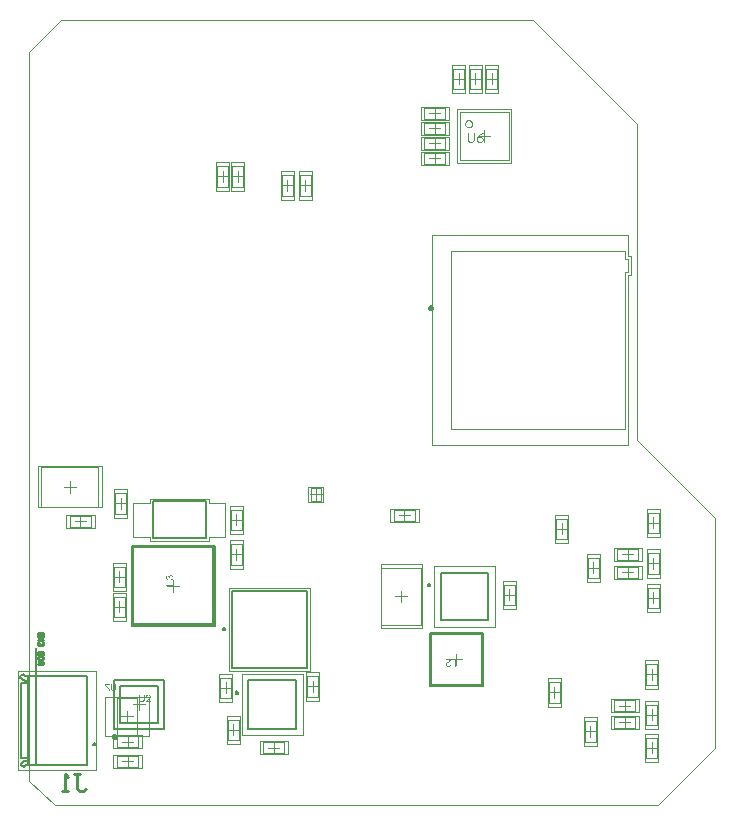
<source format=gbo>
%FSTAX23Y23*%
%MOIN*%
%SFA1B1*%

%IPPOS*%
%ADD10C,0.009449*%
%ADD12C,0.009843*%
%ADD13C,0.007874*%
%ADD14C,0.005000*%
%ADD16C,0.004000*%
%ADD17C,0.003937*%
%ADD18C,0.010000*%
%ADD19C,0.001969*%
%ADD96C,0.001000*%
%LNsolears_v1-1*%
%LPD*%
G36*
X01384Y01353D02*
Y01353D01*
Y01352*
Y01352*
Y01352*
X01384Y01352*
Y01351*
X01384Y01351*
X01384Y0135*
X01384Y01349*
X01384Y01348*
X01384Y01347*
X01384Y01347*
X01383Y01346*
Y01346*
X01383Y01346*
X01383Y01346*
X01383Y01346*
X01383Y01346*
X01383Y01345*
X01382Y01345*
X01382Y01344*
X01381Y01343*
X0138Y01343*
X0138*
X0138Y01343*
X0138Y01343*
X0138Y01343*
X0138Y01343*
X01379Y01342*
X01379Y01342*
X01379Y01342*
X01378Y01342*
X01378Y01342*
X01377Y01342*
X01377Y01342*
X01376Y01342*
X01376Y01342*
X01374Y01341*
X01374*
X01374Y01342*
X01374*
X01373Y01342*
X01373Y01342*
X01372Y01342*
X01371Y01342*
X01371Y01342*
X0137Y01342*
X01369Y01343*
X01369*
X01369Y01343*
X01368Y01343*
X01368Y01343*
X01368Y01343*
X01367Y01344*
X01367Y01344*
X01366Y01345*
X01366Y01345*
X01365Y01346*
Y01346*
X01365Y01346*
X01365Y01346*
X01365Y01347*
X01365Y01347*
X01365Y01347*
X01365Y01347*
X01365Y01348*
X01365Y01348*
X01365Y01349*
X01365Y01349*
X01365Y0135*
X01365Y0135*
X01365Y01351*
X01365Y01352*
Y01353*
Y01367*
X01368*
Y01353*
Y01353*
Y01352*
Y01352*
Y01352*
X01368Y01352*
Y01351*
X01368Y01351*
X01368Y0135*
X01368Y01349*
X01368Y01348*
X01368Y01348*
X01368Y01348*
X01368Y01348*
X01369Y01347*
X01369Y01347*
X01369Y01347*
X01369Y01346*
X0137Y01346*
X0137Y01346*
X01371Y01345*
X01371Y01345*
X01371Y01345*
X01371Y01345*
X01372Y01345*
X01372Y01345*
X01373Y01345*
X01373Y01345*
X01374Y01344*
X01375*
X01375Y01345*
X01375*
X01375Y01345*
X01376Y01345*
X01377Y01345*
X01378Y01345*
X01379Y01346*
X01379Y01346*
X01379Y01346*
X01379Y01346*
X01379Y01346*
X0138Y01346*
X0138Y01346*
X0138Y01347*
X0138Y01347*
X0138Y01347*
X0138Y01348*
X0138Y01348*
X0138Y01348*
X01381Y01349*
X01381Y0135*
X01381Y0135*
X01381Y01351*
X01381Y01352*
Y01353*
Y01367*
X01384*
Y01353*
G37*
G36*
X01398Y01367D02*
X01398Y01367D01*
X01398Y01367*
X01399Y01367*
X01399Y01367*
X014Y01367*
X01401Y01366*
X01401Y01366*
X01402Y01366*
X01402Y01366*
X01403Y01365*
X01403Y01365*
X01403Y01365*
X01403Y01365*
X01403Y01365*
X01403Y01365*
X01403Y01364*
X01404Y01364*
X01404Y01364*
X01404Y01363*
X01405Y01362*
X01405Y01362*
X01405Y01361*
X01405Y01361*
X01405Y0136*
Y0136*
Y0136*
X01405Y0136*
X01405Y01359*
X01405Y01359*
X01405Y01358*
X01404Y01358*
X01404Y01357*
X01404Y01357*
X01404Y01357*
X01404Y01357*
X01404Y01356*
X01403Y01356*
X01403Y01355*
X01403Y01355*
X01402Y01354*
X01402Y01354*
X01402Y01354*
X01402Y01354*
X01401Y01353*
X01401Y01353*
X01401Y01353*
X01401Y01353*
X014Y01352*
X014Y01352*
X014Y01352*
X01399Y01351*
X01399Y01351*
X01398Y0135*
X01397Y0135*
X01397Y0135*
X01397Y0135*
X01397Y0135*
X01397Y01349*
X01397Y01349*
X01396Y01349*
X01396Y01348*
X01395Y01348*
X01395Y01347*
X01394Y01347*
X01394Y01347*
X01394Y01347*
X01394Y01346*
X01394Y01346*
X01393Y01346*
X01393Y01346*
X01393Y01346*
X01393Y01346*
X01392Y01345*
X01405*
Y01342*
X01388*
Y01342*
Y01342*
Y01342*
X01388Y01343*
X01388Y01343*
X01388Y01343*
X01388Y01344*
X01389Y01344*
Y01344*
X01389Y01344*
X01389Y01344*
X01389Y01345*
X01389Y01345*
X01389Y01346*
X0139Y01346*
X0139Y01347*
X01391Y01347*
Y01347*
X01391Y01347*
X01391Y01348*
X01391Y01348*
X01392Y01349*
X01392Y01349*
X01393Y0135*
X01394Y0135*
X01395Y01351*
X01395Y01351*
X01395Y01351*
X01395Y01352*
X01395Y01352*
X01396Y01352*
X01396Y01352*
X01396Y01353*
X01397Y01353*
X01398Y01354*
X01399Y01355*
X01399Y01355*
X014Y01356*
X014Y01356*
X014Y01357*
Y01357*
X014Y01357*
X014Y01357*
X014Y01357*
X01401Y01357*
X01401Y01358*
X01401Y01358*
X01401Y01359*
X01402Y0136*
X01402Y0136*
Y0136*
Y0136*
X01402Y01361*
X01402Y01361*
X01401Y01361*
X01401Y01362*
X01401Y01362*
X01401Y01363*
X014Y01363*
X014Y01363*
X014Y01364*
X014Y01364*
X01399Y01364*
X01399Y01364*
X01398Y01364*
X01398Y01365*
X01397Y01365*
X01397*
X01396Y01365*
X01396Y01365*
X01396Y01364*
X01395Y01364*
X01394Y01364*
X01394Y01364*
X01393Y01363*
X01393Y01363*
X01393Y01363*
X01393Y01363*
X01393Y01362*
X01392Y01362*
X01392Y01361*
X01392Y0136*
X01392Y0136*
X01389Y0136*
Y0136*
X01389Y0136*
Y0136*
X01389Y01361*
X01389Y01361*
X01389Y01361*
X01389Y01362*
X01389Y01362*
X01389Y01363*
X0139Y01364*
X0139Y01364*
X0139Y01365*
X01391Y01365*
X01391Y01365*
X01391Y01365*
X01391Y01365*
X01391Y01366*
X01392Y01366*
X01392Y01366*
X01392Y01366*
X01392Y01366*
X01393Y01366*
X01393Y01366*
X01394Y01367*
X01394Y01367*
X01395Y01367*
X01395Y01367*
X01396Y01367*
X01396Y01367*
X01397Y01367*
X01397*
X01398Y01367*
G37*
G36*
X02423Y01459D02*
X02419D01*
Y01482*
X02407*
Y01485*
X02423*
Y01459*
G37*
G36*
X02405Y01484D02*
Y01484D01*
Y01484*
X02405Y01484*
X02405Y01483*
X02405Y01483*
X02405Y01483*
X02404Y01482*
Y01482*
X02404Y01482*
X02404Y01482*
X02404Y01482*
X02404Y01481*
X02404Y01481*
X02403Y0148*
X02403Y0148*
X02402Y01479*
Y01479*
X02402Y01479*
X02402Y01479*
X02402Y01478*
X02401Y01478*
X02401Y01477*
X024Y01477*
X02399Y01476*
X02398Y01475*
X02398Y01475*
X02398Y01475*
X02398Y01475*
X02398Y01475*
X02397Y01474*
X02397Y01474*
X02397Y01474*
X02396Y01473*
X02395Y01472*
X02394Y01472*
X02394Y01471*
X02393Y01471*
X02393Y0147*
X02393Y0147*
Y0147*
X02393Y0147*
X02393Y0147*
X02393Y0147*
X02392Y01469*
X02392Y01469*
X02392Y01468*
X02392Y01467*
X02391Y01467*
X02391Y01466*
Y01466*
Y01466*
X02391Y01466*
X02391Y01465*
X02392Y01465*
X02392Y01465*
X02392Y01464*
X02392Y01464*
X02393Y01463*
X02393Y01463*
X02393Y01463*
X02393Y01463*
X02394Y01462*
X02394Y01462*
X02395Y01462*
X02395Y01462*
X02396Y01462*
X02396*
X02396Y01462*
X02397Y01462*
X02397Y01462*
X02398Y01462*
X02399Y01462*
X02399Y01463*
X024Y01463*
X024Y01463*
X024Y01463*
X024Y01464*
X024Y01464*
X02401Y01465*
X02401Y01465*
X02401Y01466*
X02401Y01467*
X02404Y01466*
Y01466*
X02404Y01466*
Y01466*
X02404Y01466*
X02404Y01466*
X02404Y01465*
X02404Y01465*
X02404Y01464*
X02404Y01464*
X02403Y01463*
X02403Y01462*
X02403Y01462*
X02402Y01461*
X02402Y01461*
X02402Y01461*
X02402Y01461*
X02402Y01461*
X02401Y01461*
X02401Y01461*
X02401Y01461*
X02401Y0146*
X024Y0146*
X024Y0146*
X02399Y0146*
X02399Y0146*
X02398Y01459*
X02398Y01459*
X02397Y01459*
X02397Y01459*
X02396Y01459*
X02396*
X02395Y01459*
X02395Y01459*
X02395Y01459*
X02394Y01459*
X02394Y01459*
X02393Y0146*
X02392Y0146*
X02392Y0146*
X02391Y01461*
X02391Y01461*
X0239Y01461*
X0239Y01461*
X0239Y01461*
X0239Y01461*
X0239Y01462*
X0239Y01462*
X0239Y01462*
X02389Y01462*
X02389Y01463*
X02389Y01463*
X02388Y01464*
X02388Y01465*
X02388Y01465*
X02388Y01466*
X02388Y01466*
Y01466*
Y01466*
X02388Y01467*
X02388Y01467*
X02388Y01468*
X02388Y01468*
X02389Y01469*
X02389Y01469*
X02389Y01469*
X02389Y01469*
X02389Y0147*
X02389Y0147*
X0239Y01471*
X0239Y01471*
X0239Y01472*
X02391Y01472*
X02391Y01472*
X02391Y01473*
X02391Y01473*
X02392Y01473*
X02392Y01473*
X02392Y01473*
X02392Y01474*
X02393Y01474*
X02393Y01474*
X02393Y01475*
X02394Y01475*
X02394Y01476*
X02395Y01476*
X02396Y01477*
X02396Y01477*
X02396Y01477*
X02396Y01477*
X02396Y01477*
X02396Y01477*
X02397Y01477*
X02397Y01478*
X02398Y01478*
X02398Y01479*
X02399Y0148*
X02399Y0148*
X02399Y0148*
X02399Y0148*
X02399Y0148*
X024Y0148*
X024Y0148*
X024Y01481*
X024Y01481*
X02401Y01482*
X02388*
Y01485*
X02405*
Y01484*
G37*
G36*
X01473Y01765D02*
X01473Y01765D01*
X01473Y01765*
X01474Y01765*
X01474Y01765*
X01475Y01764*
X01475Y01764*
X01476Y01764*
X01476Y01764*
X01477Y01763*
X01477Y01763*
X01478Y01763*
X01478Y01762*
X01478Y01762*
X01478Y01762*
X01478Y01762*
X01478Y01762*
X01478Y01762*
X01479Y01761*
X01479Y01761*
X01479Y0176*
X01479Y0176*
X01479Y01759*
X0148Y01759*
X0148Y01758*
X0148Y01758*
X0148Y01757*
X0148Y01756*
Y01756*
X0148Y01756*
X0148Y01756*
X0148Y01755*
X0148Y01755*
X0148Y01755*
X01479Y01754*
X01479Y01753*
X01479Y01752*
X01479Y01752*
X01478Y01751*
X01478Y01751*
X01478Y01751*
X01478Y01751*
X01478Y01751*
X01478Y01751*
X01477Y0175*
X01477Y0175*
X01477Y0175*
X01477Y0175*
X01476Y0175*
X01476Y01749*
X01475Y01749*
X01474Y01749*
X01473Y01749*
X01473Y01748*
X01472Y01752*
X01472*
X01473Y01752*
X01473Y01752*
X01473Y01752*
X01473Y01752*
X01473Y01752*
X01474Y01752*
X01475Y01752*
X01475Y01753*
X01476Y01753*
X01476Y01753*
X01476Y01753*
X01476Y01754*
X01477Y01754*
X01477Y01754*
X01477Y01755*
X01477Y01755*
X01477Y01756*
X01477Y01756*
Y01757*
X01477Y01757*
X01477Y01757*
X01477Y01758*
X01477Y01758*
X01477Y01759*
X01476Y0176*
X01476Y0176*
X01476Y0176*
X01476Y0176*
X01475Y01761*
X01475Y01761*
X01474Y01761*
X01474Y01761*
X01473Y01762*
X01472Y01762*
X01472*
X01472*
X01472*
X01472Y01762*
X01471Y01762*
X01471Y01761*
X0147Y01761*
X0147Y01761*
X01469Y01761*
X01469Y0176*
X01469Y0176*
X01468Y0176*
X01468Y0176*
X01468Y01759*
X01468Y01759*
X01467Y01758*
X01467Y01757*
X01467Y01757*
Y01756*
X01467Y01756*
X01467Y01756*
X01467Y01755*
X01467Y01755*
X01468Y01755*
X01465Y01755*
Y01755*
X01465Y01755*
Y01756*
X01465Y01756*
X01465Y01757*
X01465Y01757*
X01464Y01758*
X01464Y01758*
X01464Y01759*
Y01759*
X01464Y01759*
X01464Y01759*
X01463Y01759*
X01463Y0176*
X01463Y0176*
X01462Y0176*
X01461Y0176*
X01461Y01761*
X01461*
X01461*
X01461*
X0146*
X0146Y0176*
X0146Y0176*
X01459Y0176*
X01459Y0176*
X01458Y0176*
X01458Y01759*
X01458Y01759*
X01458Y01759*
X01458Y01759*
X01457Y01759*
X01457Y01758*
X01457Y01758*
X01457Y01757*
X01457Y01756*
Y01756*
X01457Y01756*
X01457Y01755*
X01457Y01755*
X01457Y01754*
X01458Y01754*
X01458Y01753*
X01458Y01753*
X01458Y01753*
X01458Y01753*
X01459Y01753*
X01459Y01753*
X0146Y01752*
X0146Y01752*
X01461Y01752*
X01461Y01749*
X01461*
X01461Y01749*
X0146Y01749*
X0146Y01749*
X0146Y01749*
X0146Y01749*
X01459Y01749*
X01458Y0175*
X01457Y0175*
X01457Y01751*
X01456Y01751*
X01456Y01751*
X01456Y01751*
X01456Y01752*
X01456Y01752*
X01456Y01752*
X01455Y01752*
X01455Y01752*
X01455Y01753*
X01455Y01753*
X01454Y01754*
X01454Y01755*
X01454Y01756*
Y01757*
X01454Y01757*
X01454Y01758*
X01454Y01758*
X01455Y01759*
X01455Y01759*
X01455Y0176*
Y0176*
X01455Y0176*
X01455Y0176*
X01455Y01761*
X01456Y01761*
X01456Y01762*
X01456Y01762*
X01457Y01762*
X01458Y01763*
X01458Y01763*
X01458Y01763*
X01458Y01763*
X01458Y01763*
X01459Y01763*
X0146Y01764*
X0146Y01764*
X01461Y01764*
X01461*
X01461*
X01461Y01764*
X01462Y01764*
X01462Y01763*
X01463Y01763*
X01463Y01763*
X01464Y01763*
X01464Y01763*
X01464Y01763*
X01464Y01762*
X01465Y01762*
X01465Y01762*
X01465Y01761*
X01466Y01761*
X01466Y0176*
Y0176*
X01466Y0176*
X01466Y0176*
X01466Y01761*
X01466Y01761*
X01466Y01761*
X01467Y01762*
X01467Y01763*
X01467Y01763*
X01468Y01764*
X01468Y01764*
X01468Y01764*
X01469Y01764*
X01469Y01764*
X0147Y01765*
X0147Y01765*
X01471Y01765*
X01472Y01765*
X01472*
X01472*
X01472*
X01473Y01765*
G37*
G36*
X0148Y0173D02*
X01454D01*
Y01733*
X01477*
Y01746*
X0148*
Y0173*
G37*
G54D10*
X02342Y02657D02*
D01*
X02342Y02657*
X02342Y02657*
X02342Y02658*
X02342Y02658*
X02342Y02658*
X02342Y02659*
X02342Y02659*
X02341Y02659*
X02341Y02659*
X02341Y0266*
X02341Y0266*
X02341Y0266*
X0234Y0266*
X0234Y02661*
X0234Y02661*
X02339Y02661*
X02339Y02661*
X02339Y02661*
X02339Y02661*
X02338Y02661*
X02338Y02661*
X02338Y02661*
X02337*
X02337Y02661*
X02337Y02661*
X02336Y02661*
X02336Y02661*
X02336Y02661*
X02335Y02661*
X02335Y02661*
X02335Y02661*
X02334Y0266*
X02334Y0266*
X02334Y0266*
X02334Y0266*
X02334Y02659*
X02333Y02659*
X02333Y02659*
X02333Y02659*
X02333Y02658*
X02333Y02658*
X02333Y02658*
X02333Y02657*
X02333Y02657*
X02333Y02657*
X02333Y02656*
X02333Y02656*
X02333Y02656*
X02333Y02655*
X02333Y02655*
X02333Y02655*
X02333Y02654*
X02333Y02654*
X02334Y02654*
X02334Y02654*
X02334Y02653*
X02334Y02653*
X02334Y02653*
X02335Y02653*
X02335Y02653*
X02335Y02652*
X02336Y02652*
X02336Y02652*
X02336Y02652*
X02337Y02652*
X02337Y02652*
X02337Y02652*
X02338*
X02338Y02652*
X02338Y02652*
X02339Y02652*
X02339Y02652*
X02339Y02652*
X02339Y02652*
X0234Y02653*
X0234Y02653*
X0234Y02653*
X02341Y02653*
X02341Y02653*
X02341Y02654*
X02341Y02654*
X02341Y02654*
X02342Y02654*
X02342Y02655*
X02342Y02655*
X02342Y02655*
X02342Y02656*
X02342Y02656*
X02342Y02656*
X02342Y02657*
G54D12*
X01287Y01227D02*
D01*
X01287Y01227*
X01287Y01227*
X01287Y01228*
X01287Y01228*
X01287Y01228*
X01287Y01229*
X01287Y01229*
X01286Y01229*
X01286Y01229*
X01286Y0123*
X01286Y0123*
X01285Y0123*
X01285Y0123*
X01285Y01231*
X01285Y01231*
X01284Y01231*
X01284Y01231*
X01284Y01231*
X01283Y01231*
X01283Y01231*
X01283Y01231*
X01282Y01232*
X01282*
X01282Y01231*
X01281Y01231*
X01281Y01231*
X01281Y01231*
X0128Y01231*
X0128Y01231*
X0128Y01231*
X01279Y01231*
X01279Y0123*
X01279Y0123*
X01279Y0123*
X01278Y0123*
X01278Y01229*
X01278Y01229*
X01278Y01229*
X01278Y01229*
X01278Y01228*
X01277Y01228*
X01277Y01228*
X01277Y01227*
X01277Y01227*
X01277Y01227*
X01277Y01226*
X01277Y01226*
X01277Y01226*
X01277Y01225*
X01278Y01225*
X01278Y01225*
X01278Y01224*
X01278Y01224*
X01278Y01224*
X01278Y01223*
X01279Y01223*
X01279Y01223*
X01279Y01223*
X01279Y01223*
X0128Y01222*
X0128Y01222*
X0128Y01222*
X01281Y01222*
X01281Y01222*
X01281Y01222*
X01282Y01222*
X01282Y01222*
X01282*
X01283Y01222*
X01283Y01222*
X01283Y01222*
X01284Y01222*
X01284Y01222*
X01284Y01222*
X01285Y01222*
X01285Y01223*
X01285Y01223*
X01285Y01223*
X01286Y01223*
X01286Y01223*
X01286Y01224*
X01286Y01224*
X01287Y01224*
X01287Y01225*
X01287Y01225*
X01287Y01225*
X01287Y01226*
X01287Y01226*
X01287Y01226*
X01287Y01227*
G54D13*
X01221Y01202D02*
D01*
X01221Y01202*
X01221Y01202*
X01221Y01203*
X01221Y01203*
X01221Y01203*
X01221Y01204*
X0122Y01204*
X0122Y01204*
X0122Y01204*
X0122Y01204*
X0122Y01205*
X0122Y01205*
X01219Y01205*
X01219Y01205*
X01219Y01205*
X01219Y01205*
X01218Y01206*
X01218Y01206*
X01218Y01206*
X01218Y01206*
X01217Y01206*
X01217Y01206*
X01217*
X01217Y01206*
X01216Y01206*
X01216Y01206*
X01216Y01206*
X01216Y01206*
X01215Y01205*
X01215Y01205*
X01215Y01205*
X01215Y01205*
X01214Y01205*
X01214Y01205*
X01214Y01204*
X01214Y01204*
X01214Y01204*
X01214Y01204*
X01213Y01204*
X01213Y01203*
X01213Y01203*
X01213Y01203*
X01213Y01202*
X01213Y01202*
X01213Y01202*
X01213Y01202*
X01213Y01201*
X01213Y01201*
X01213Y01201*
X01213Y01201*
X01213Y012*
X01214Y012*
X01214Y012*
X01214Y012*
X01214Y01199*
X01214Y01199*
X01214Y01199*
X01215Y01199*
X01215Y01199*
X01215Y01199*
X01215Y01198*
X01216Y01198*
X01216Y01198*
X01216Y01198*
X01216Y01198*
X01217Y01198*
X01217Y01198*
X01217*
X01217Y01198*
X01218Y01198*
X01218Y01198*
X01218Y01198*
X01218Y01198*
X01219Y01198*
X01219Y01199*
X01219Y01199*
X01219Y01199*
X0122Y01199*
X0122Y01199*
X0122Y01199*
X0122Y012*
X0122Y012*
X0122Y012*
X01221Y012*
X01221Y01201*
X01221Y01201*
X01221Y01201*
X01221Y01201*
X01221Y01202*
X01221Y01202*
X01302Y01397D02*
X01427D01*
Y01272D02*
Y01397D01*
X01302Y01272D02*
X01427D01*
X01302D02*
Y01397D01*
X02338Y014D02*
X02507D01*
X02338D02*
Y01569D01*
X02507*
Y014D02*
Y01569D01*
X01346Y01601D02*
Y01859D01*
X01613*
Y01601D02*
Y01859D01*
X01346Y01601D02*
X01613D01*
X01282Y01417D02*
X01447D01*
Y01252D02*
Y01417D01*
X01282Y01252D02*
X01447D01*
X01282D02*
Y01417D01*
X02334Y01396D02*
X02511D01*
X02334D02*
Y01573D01*
X02511*
Y01396D02*
Y01573D01*
X01342Y01597D02*
Y01863D01*
X01617*
Y01597D02*
Y01863D01*
X01342Y01597D02*
X01617D01*
X01282Y01417D02*
X01447D01*
Y01252D02*
Y01417D01*
X01282Y01252D02*
X01447D01*
X01282D02*
Y01417D01*
X02334Y01396D02*
X02511D01*
X02334D02*
Y01573D01*
X02511*
Y01396D02*
Y01573D01*
X01342Y01597D02*
Y01863D01*
X01617*
Y01597D02*
Y01863D01*
X01342Y01597D02*
X01617D01*
X01652Y01585D02*
D01*
X01652Y01585*
X01652Y01585*
X01652Y01585*
X01652Y01586*
X01652Y01586*
X01652Y01586*
X01651Y01586*
X01651Y01587*
X01651Y01587*
X01651Y01587*
X01651Y01587*
X01651Y01587*
X0165Y01588*
X0165Y01588*
X0165Y01588*
X0165Y01588*
X01649Y01588*
X01649Y01588*
X01649Y01588*
X01649Y01588*
X01648Y01588*
X01648Y01588*
X01648*
X01648Y01588*
X01647Y01588*
X01647Y01588*
X01647Y01588*
X01646Y01588*
X01646Y01588*
X01646Y01588*
X01646Y01588*
X01646Y01588*
X01645Y01587*
X01645Y01587*
X01645Y01587*
X01645Y01587*
X01645Y01587*
X01644Y01586*
X01644Y01586*
X01644Y01586*
X01644Y01586*
X01644Y01585*
X01644Y01585*
X01644Y01585*
X01644Y01585*
X01644Y01584*
X01644Y01584*
X01644Y01584*
X01644Y01583*
X01644Y01583*
X01644Y01583*
X01644Y01583*
X01645Y01582*
X01645Y01582*
X01645Y01582*
X01645Y01582*
X01645Y01582*
X01646Y01581*
X01646Y01581*
X01646Y01581*
X01646Y01581*
X01646Y01581*
X01647Y01581*
X01647Y01581*
X01647Y01581*
X01648Y01581*
X01648Y01581*
X01648*
X01648Y01581*
X01649Y01581*
X01649Y01581*
X01649Y01581*
X01649Y01581*
X0165Y01581*
X0165Y01581*
X0165Y01581*
X0165Y01581*
X01651Y01582*
X01651Y01582*
X01651Y01582*
X01651Y01582*
X01651Y01582*
X01651Y01583*
X01652Y01583*
X01652Y01583*
X01652Y01583*
X01652Y01584*
X01652Y01584*
X01652Y01584*
X01652Y01585*
X02336Y01733D02*
D01*
X02336Y01733*
X02336Y01733*
X02336Y01734*
X02336Y01734*
X02336Y01734*
X02336Y01734*
X02336Y01735*
X02336Y01735*
X02336Y01735*
X02335Y01735*
X02335Y01736*
X02335Y01736*
X02335Y01736*
X02335Y01736*
X02334Y01736*
X02334Y01736*
X02334Y01737*
X02334Y01737*
X02333Y01737*
X02333Y01737*
X02333Y01737*
X02333Y01737*
X02332*
X02332Y01737*
X02332Y01737*
X02331Y01737*
X02331Y01737*
X02331Y01737*
X02331Y01736*
X0233Y01736*
X0233Y01736*
X0233Y01736*
X0233Y01736*
X0233Y01736*
X02329Y01735*
X02329Y01735*
X02329Y01735*
X02329Y01735*
X02329Y01734*
X02329Y01734*
X02329Y01734*
X02329Y01734*
X02328Y01733*
X02328Y01733*
X02328Y01733*
X02328Y01733*
X02328Y01732*
X02329Y01732*
X02329Y01732*
X02329Y01732*
X02329Y01731*
X02329Y01731*
X02329Y01731*
X02329Y01731*
X02329Y0173*
X0233Y0173*
X0233Y0173*
X0233Y0173*
X0233Y0173*
X0233Y01729*
X02331Y01729*
X02331Y01729*
X02331Y01729*
X02331Y01729*
X02332Y01729*
X02332Y01729*
X02332Y01729*
X02333*
X02333Y01729*
X02333Y01729*
X02333Y01729*
X02334Y01729*
X02334Y01729*
X02334Y01729*
X02334Y01729*
X02335Y0173*
X02335Y0173*
X02335Y0173*
X02335Y0173*
X02335Y0173*
X02336Y01731*
X02336Y01731*
X02336Y01731*
X02336Y01731*
X02336Y01732*
X02336Y01732*
X02336Y01732*
X02336Y01732*
X02336Y01733*
X02336Y01733*
X01696Y01374D02*
D01*
X01696Y01374*
X01695Y01374*
X01695Y01375*
X01695Y01375*
X01695Y01375*
X01695Y01375*
X01695Y01376*
X01695Y01376*
X01695Y01376*
X01695Y01376*
X01694Y01377*
X01694Y01377*
X01694Y01377*
X01694Y01377*
X01694Y01377*
X01693Y01377*
X01693Y01378*
X01693Y01378*
X01693Y01378*
X01692Y01378*
X01692Y01378*
X01692Y01378*
X01691*
X01691Y01378*
X01691Y01378*
X01691Y01378*
X0169Y01378*
X0169Y01378*
X0169Y01377*
X0169Y01377*
X01689Y01377*
X01689Y01377*
X01689Y01377*
X01689Y01377*
X01689Y01376*
X01688Y01376*
X01688Y01376*
X01688Y01376*
X01688Y01375*
X01688Y01375*
X01688Y01375*
X01688Y01375*
X01688Y01374*
X01688Y01374*
X01688Y01374*
X01688Y01374*
X01688Y01373*
X01688Y01373*
X01688Y01373*
X01688Y01373*
X01688Y01372*
X01688Y01372*
X01688Y01372*
X01688Y01372*
X01689Y01371*
X01689Y01371*
X01689Y01371*
X01689Y01371*
X01689Y01371*
X0169Y0137*
X0169Y0137*
X0169Y0137*
X0169Y0137*
X01691Y0137*
X01691Y0137*
X01691Y0137*
X01691Y0137*
X01692*
X01692Y0137*
X01692Y0137*
X01693Y0137*
X01693Y0137*
X01693Y0137*
X01693Y0137*
X01694Y0137*
X01694Y01371*
X01694Y01371*
X01694Y01371*
X01694Y01371*
X01695Y01371*
X01695Y01372*
X01695Y01372*
X01695Y01372*
X01695Y01372*
X01695Y01373*
X01695Y01373*
X01695Y01373*
X01695Y01373*
X01696Y01374*
X01696Y01374*
G54D14*
X01022Y01131D02*
Y0143D01*
X01122Y01131D02*
X01138D01*
X01122Y0143D02*
X01138D01*
X01024Y01131D02*
X01036D01*
X01024Y0143D02*
X01036D01*
X00997Y01131D02*
D01*
X00996Y01131*
X00995Y01132*
X00994Y01132*
X00993Y01132*
X00993Y01132*
X00992Y01132*
X00991Y01132*
X0099Y01132*
X00989Y01132*
X00989Y01132*
X00988Y01132*
X00987Y01132*
X00986Y01131*
X00986Y01131*
X00985Y0113*
X00984Y0113*
X00984Y01129*
X00983Y01129*
X00982Y01128*
X00982Y01128*
X00981Y01127*
X00981Y01126*
X00981Y01126*
X00993Y01147D02*
D01*
X00991Y01147*
X0099Y01147*
X00989Y01147*
X00988Y01147*
X00986Y01147*
X00985Y01147*
X00984Y01147*
X00983Y01146*
X00982Y01146*
X0098Y01145*
X00979Y01145*
X00978Y01144*
X00977Y01143*
X00976Y01142*
X00975Y01141*
X00975Y01141*
X00974Y0114*
X00973Y01138*
X00972Y01137*
X00972Y01136*
X00971Y01135*
X00971Y01134*
X00971Y01133*
X00981Y01435D02*
D01*
X00981Y01435*
X00982Y01434*
X00982Y01433*
X00983Y01433*
X00983Y01432*
X00984Y01432*
X00984Y01431*
X00985Y01431*
X00986Y0143*
X00987Y0143*
X00987Y0143*
X00988Y01429*
X00989Y01429*
X0099Y01429*
X00991Y01429*
X00991Y01429*
X00992Y01429*
X00993Y01429*
X00994Y01429*
X00995Y0143*
X00995Y0143*
X00996Y0143*
X00997Y0143*
X00969Y01428D02*
D01*
X00969Y01427*
X0097Y01426*
X0097Y01424*
X00971Y01423*
X00972Y01422*
X00973Y01421*
X00974Y0142*
X00974Y01419*
X00975Y01418*
X00977Y01417*
X00978Y01417*
X00979Y01416*
X0098Y01415*
X00981Y01415*
X00983Y01415*
X00984Y01414*
X00985Y01414*
X00987Y01414*
X00988Y01414*
X00989Y01414*
X00991Y01414*
X00992Y01414*
X00993Y01415*
X01193Y01131D02*
Y0143D01*
X01022D02*
X01193D01*
X00995D02*
X01022D01*
X00995Y01131D02*
Y0143D01*
Y01131D02*
X00997D01*
X01193*
X00971Y01133D02*
X00981Y01126D01*
X00971Y01155D02*
X00993D01*
X00971D02*
Y01407D01*
X00993*
X00969Y01428D02*
X00981Y01435D01*
X01022Y0143D02*
Y01523D01*
X01674Y01714D02*
X01925D01*
Y01455D02*
Y01714D01*
X01674Y01455D02*
X01925D01*
X01674D02*
Y01714D01*
X02371Y01616D02*
Y01773D01*
X02528Y01616D02*
Y01773D01*
X02371D02*
X02528D01*
X02371Y01616D02*
X02528D01*
X01411Y02011D02*
X01588D01*
Y01888D02*
Y02011D01*
X01411Y01888D02*
X01588D01*
X01411D02*
Y02011D01*
X01729Y01254D02*
Y01415D01*
X0189Y01254D02*
Y01415D01*
X01729D02*
X0189D01*
X01729Y01254D02*
X0189D01*
G54D16*
X02461Y0324D02*
Y03215D01*
X02466Y0321*
X02476*
X02481Y03215*
Y0324*
X02511D02*
X02501Y03235D01*
X02491Y03225*
Y03215*
X02496Y0321*
X02506*
X02511Y03215*
Y0322*
X02506Y03225*
X02491*
G54D17*
X01Y0108D02*
Y0351D01*
X01105Y03615*
X0268*
X0291Y03385*
X0299Y03305*
X03025Y0327*
Y02215D02*
Y0327D01*
Y02215D02*
X03285Y01955D01*
Y0119D02*
Y01955D01*
X03095Y01D02*
X03285Y0119D01*
X01085Y01D02*
X03095D01*
X01Y0108D02*
X01085Y01D01*
X02476Y0327D02*
D01*
X02476Y0327*
X02476Y03271*
X02476Y03272*
X02475Y03273*
X02475Y03274*
X02475Y03274*
X02474Y03275*
X02474Y03276*
X02474Y03276*
X02473Y03277*
X02473Y03278*
X02472Y03278*
X02471Y03279*
X02471Y03279*
X0247Y0328*
X02469Y0328*
X02468Y0328*
X02468Y03281*
X02467Y03281*
X02466Y03281*
X02465Y03281*
X02464Y03281*
X02464*
X02463Y03281*
X02462Y03281*
X02461Y03281*
X0246Y03281*
X0246Y0328*
X02459Y0328*
X02458Y0328*
X02457Y03279*
X02457Y03279*
X02456Y03278*
X02456Y03278*
X02455Y03277*
X02454Y03276*
X02454Y03276*
X02454Y03275*
X02453Y03274*
X02453Y03274*
X02453Y03273*
X02452Y03272*
X02452Y03271*
X02452Y0327*
X02452Y0327*
X02452Y03269*
X02452Y03268*
X02452Y03267*
X02453Y03266*
X02453Y03265*
X02453Y03265*
X02454Y03264*
X02454Y03263*
X02454Y03263*
X02455Y03262*
X02456Y03261*
X02456Y03261*
X02457Y0326*
X02457Y0326*
X02458Y03259*
X02459Y03259*
X0246Y03259*
X0246Y03258*
X02461Y03258*
X02462Y03258*
X02463Y03258*
X02464Y03258*
X02464*
X02465Y03258*
X02466Y03258*
X02467Y03258*
X02468Y03258*
X02468Y03259*
X02469Y03259*
X0247Y03259*
X02471Y0326*
X02471Y0326*
X02472Y03261*
X02473Y03261*
X02473Y03262*
X02474Y03263*
X02474Y03263*
X02474Y03264*
X02475Y03265*
X02475Y03265*
X02475Y03266*
X02476Y03267*
X02476Y03268*
X02476Y03269*
X02476Y0327*
X0104Y02126D02*
X01229D01*
X0104Y01993D02*
X01229D01*
X0104D02*
Y02126D01*
X01229Y01993D02*
Y02126D01*
X02861Y01824D02*
X02898D01*
X02861Y01755D02*
X02898D01*
Y01824*
X02861Y01755D02*
Y01824D01*
X02215Y01946D02*
Y01983D01*
X02284Y01946D02*
Y01983D01*
X02215D02*
X02284D01*
X02215Y01946D02*
X02284D01*
X03061Y01724D02*
X03098D01*
X03061Y01655D02*
X03098D01*
Y01724*
X03061Y01655D02*
Y01724D01*
Y01839D02*
X03098D01*
X03061Y0177D02*
X03098D01*
Y01839*
X03061Y0177D02*
Y01839D01*
Y01974D02*
X03098D01*
X03061Y01905D02*
X03098D01*
Y01974*
X03061Y01905D02*
Y01974D01*
X02756Y01954D02*
X02793D01*
X02756Y01885D02*
X02793D01*
Y01954*
X02756Y01885D02*
Y01954D01*
X0296Y01756D02*
Y01793D01*
X03029Y01756D02*
Y01793D01*
X0296D02*
X03029D01*
X0296Y01756D02*
X03029D01*
X0296Y01816D02*
Y01853D01*
X03029Y01816D02*
Y01853D01*
X0296D02*
X03029D01*
X0296Y01816D02*
X03029D01*
X02851Y01279D02*
X02888D01*
X02851Y0121D02*
X02888D01*
Y01279*
X02851Y0121D02*
Y01279D01*
X03056Y01469D02*
X03093D01*
X03056Y014D02*
X03093D01*
Y01469*
X03056Y014D02*
Y01469D01*
X02731Y01409D02*
X02768D01*
X02731Y0134D02*
X02768D01*
Y01409*
X02731Y0134D02*
Y01409D01*
X0295Y01256D02*
Y01293D01*
X03019Y01256D02*
Y01293D01*
X0295D02*
X03019D01*
X0295Y01256D02*
X03019D01*
X0295Y01311D02*
Y01348D01*
X03019Y01311D02*
Y01348D01*
X0295D02*
X03019D01*
X0295Y01311D02*
X03019D01*
X03056Y01334D02*
X03093D01*
X03056Y01265D02*
X03093D01*
Y01334*
X03056Y01265D02*
Y01334D01*
Y01224D02*
X03093D01*
X03056Y01155D02*
X03093D01*
Y01224*
X03056Y01155D02*
Y01224D01*
X01204Y01926D02*
Y01963D01*
X01135Y01926D02*
Y01963D01*
Y01926D02*
X01204D01*
X01135Y01963D02*
X01204D01*
X01676Y03129D02*
X01713D01*
X01676Y0306D02*
X01713D01*
Y03129*
X01676Y0306D02*
Y03129D01*
X01626D02*
X01663D01*
X01626Y0306D02*
X01663D01*
Y03129*
X01626Y0306D02*
Y03129D01*
X01901Y03099D02*
X01938D01*
X01901Y0303D02*
X01938D01*
Y03099*
X01901Y0303D02*
Y03099D01*
X01841D02*
X01878D01*
X01841Y0303D02*
X01878D01*
Y03099*
X01841Y0303D02*
Y03099D01*
X02986Y02253D02*
Y02775D01*
X02405Y02253D02*
X02986D01*
X02405D02*
Y02846D01*
X02986Y02775D02*
X02996D01*
Y02818*
X02986D02*
X02996D01*
X02986D02*
Y02846D01*
X02405D02*
X02986D01*
X02435Y03149D02*
Y0331D01*
X02597Y03149D02*
Y0331D01*
X02435D02*
X02597D01*
X02435Y03149D02*
X02597D01*
X02385Y03236D02*
Y03273D01*
X02316Y03236D02*
Y03273D01*
Y03236D02*
X02385D01*
X02316Y03273D02*
X02385D01*
Y03286D02*
Y03323D01*
X02316Y03286D02*
Y03323D01*
Y03286D02*
X02385D01*
X02316Y03323D02*
X02385D01*
Y03186D02*
Y03223D01*
X02316Y03186D02*
Y03223D01*
Y03186D02*
X02385D01*
X02316Y03223D02*
X02385D01*
Y03136D02*
Y03173D01*
X02316Y03136D02*
Y03173D01*
Y03136D02*
X02385D01*
X02316Y03173D02*
X02385D01*
X02412Y03454D02*
X0245D01*
X02412Y03385D02*
X0245D01*
Y03454*
X02412Y03385D02*
Y03454D01*
X02522D02*
X0256D01*
X02522Y03385D02*
X0256D01*
Y03454*
X02522Y03385D02*
Y03454D01*
X02467D02*
X02505D01*
X02467Y03385D02*
X02505D01*
Y03454*
X02467Y03385D02*
Y03454D01*
X01971Y02014D02*
Y02055D01*
X01938Y02014D02*
Y02055D01*
Y02014D02*
X01971D01*
X01938Y02055D02*
X01971D01*
X01291Y01356D02*
X01358D01*
X01291Y01233D02*
X01358D01*
Y01356*
X01291Y01233D02*
Y01356D01*
X01293Y01191D02*
Y01228D01*
X01362Y01191D02*
Y01228D01*
X01293D02*
X01362D01*
X01293Y01191D02*
X01362D01*
X01293Y01126D02*
Y01163D01*
X01362Y01126D02*
Y01163D01*
X01293D02*
X01362D01*
X01293Y01126D02*
X01362D01*
X02306Y016D02*
Y01789D01*
X02173Y016D02*
Y01789D01*
X02306*
X02173Y016D02*
X02306D01*
X01281Y01625D02*
X01318D01*
X01281Y01694D02*
X01318D01*
X01281Y01625D02*
Y01694D01*
X01318Y01625D02*
Y01694D01*
X01281Y01725D02*
X01318D01*
X01281Y01794D02*
X01318D01*
X01281Y01725D02*
Y01794D01*
X01318Y01725D02*
Y01794D01*
X01671Y01915D02*
X01708D01*
X01671Y01984D02*
X01708D01*
X01671Y01915D02*
Y01984D01*
X01708Y01915D02*
Y01984D01*
X01671Y018D02*
X01708D01*
X01671Y01869D02*
X01708D01*
X01671Y018D02*
Y01869D01*
X01708Y018D02*
Y01869D01*
X01286Y0197D02*
X01323D01*
X01286Y02039D02*
X01323D01*
X01286Y0197D02*
Y02039D01*
X01323Y0197D02*
Y02039D01*
X01926Y01429D02*
X01963D01*
X01926Y0136D02*
X01963D01*
Y01429*
X01926Y0136D02*
Y01429D01*
X01661Y01215D02*
X01698D01*
X01661Y01284D02*
X01698D01*
X01661Y01215D02*
Y01284D01*
X01698Y01215D02*
Y01284D01*
X01636Y01424D02*
X01673D01*
X01636Y01355D02*
X01673D01*
Y01424*
X01636Y01355D02*
Y01424D01*
X01849Y01171D02*
Y01208D01*
X0178Y01171D02*
Y01208D01*
Y01171D02*
X01849D01*
X0178Y01208D02*
X01849D01*
X02581Y01734D02*
X02618D01*
X02581Y01665D02*
X02618D01*
Y01734*
X02581Y01665D02*
Y01734D01*
X01135Y0204D02*
Y02079D01*
X01115Y0206D02*
X01154D01*
X01028Y02128D02*
X01241D01*
X01028Y01991D02*
X01241D01*
X01028D02*
Y02128D01*
X01241Y01991D02*
Y02128D01*
X02858Y01837D02*
X02901D01*
X02858Y01742D02*
X02901D01*
Y01837*
X02858Y01742D02*
Y01837D01*
X0288Y01771D02*
Y01808D01*
X02861Y0179D02*
X02898D01*
X02202Y01943D02*
Y01986D01*
X02297Y01943D02*
Y01986D01*
X02202D02*
X02297D01*
X02202Y01943D02*
X02297D01*
X02231Y01965D02*
X02268D01*
X0225Y01946D02*
Y01983D01*
X03058Y01737D02*
X03101D01*
X03058Y01642D02*
X03101D01*
Y01737*
X03058Y01642D02*
Y01737D01*
X0308Y01671D02*
Y01708D01*
X03061Y0169D02*
X03098D01*
X03058Y01852D02*
X03101D01*
X03058Y01757D02*
X03101D01*
Y01852*
X03058Y01757D02*
Y01852D01*
X0308Y01786D02*
Y01823D01*
X03061Y01805D02*
X03098D01*
X03058Y01987D02*
X03101D01*
X03058Y01892D02*
X03101D01*
Y01987*
X03058Y01892D02*
Y01987D01*
X0308Y01921D02*
Y01958D01*
X03061Y0194D02*
X03098D01*
X02753Y01967D02*
X02796D01*
X02753Y01872D02*
X02796D01*
Y01967*
X02753Y01872D02*
Y01967D01*
X02775Y01901D02*
Y01938D01*
X02756Y0192D02*
X02793D01*
X02947Y01753D02*
Y01796D01*
X03042Y01753D02*
Y01796D01*
X02947D02*
X03042D01*
X02947Y01753D02*
X03042D01*
X02976Y01775D02*
X03013D01*
X02995Y01756D02*
Y01793D01*
X02947Y01813D02*
Y01856D01*
X03042Y01813D02*
Y01856D01*
X02947D02*
X03042D01*
X02947Y01813D02*
X03042D01*
X02976Y01835D02*
X03013D01*
X02995Y01816D02*
Y01853D01*
X02848Y01292D02*
X02891D01*
X02848Y01197D02*
X02891D01*
Y01292*
X02848Y01197D02*
Y01292D01*
X0287Y01226D02*
Y01263D01*
X02851Y01245D02*
X02888D01*
X03053Y01482D02*
X03096D01*
X03053Y01387D02*
X03096D01*
Y01482*
X03053Y01387D02*
Y01482D01*
X03075Y01416D02*
Y01453D01*
X03056Y01435D02*
X03093D01*
X02728Y01422D02*
X02771D01*
X02728Y01327D02*
X02771D01*
Y01422*
X02728Y01327D02*
Y01422D01*
X0275Y01356D02*
Y01393D01*
X02731Y01375D02*
X02768D01*
X02937Y01253D02*
Y01296D01*
X03032Y01253D02*
Y01296D01*
X02937D02*
X03032D01*
X02937Y01253D02*
X03032D01*
X02966Y01275D02*
X03003D01*
X02985Y01256D02*
Y01293D01*
X02937Y01308D02*
Y01351D01*
X03032Y01308D02*
Y01351D01*
X02937D02*
X03032D01*
X02937Y01308D02*
X03032D01*
X02966Y0133D02*
X03003D01*
X02985Y01311D02*
Y01348D01*
X03053Y01347D02*
X03096D01*
X03053Y01252D02*
X03096D01*
Y01347*
X03053Y01252D02*
Y01347D01*
X03075Y01281D02*
Y01318D01*
X03056Y013D02*
X03093D01*
X03053Y01237D02*
X03096D01*
X03053Y01142D02*
X03096D01*
Y01237*
X03053Y01142D02*
Y01237D01*
X03075Y01171D02*
Y01208D01*
X03056Y0119D02*
X03093D01*
X01217Y01923D02*
Y01966D01*
X01122Y01923D02*
Y01966D01*
Y01923D02*
X01217D01*
X01122Y01966D02*
X01217D01*
X01151Y01945D02*
X01188D01*
X0117Y01926D02*
Y01963D01*
X01673Y03142D02*
X01716D01*
X01673Y03047D02*
X01716D01*
Y03142*
X01673Y03047D02*
Y03142D01*
X01695Y03076D02*
Y03113D01*
X01676Y03095D02*
X01713D01*
X01623Y03142D02*
X01666D01*
X01623Y03047D02*
X01666D01*
Y03142*
X01623Y03047D02*
Y03142D01*
X01645Y03076D02*
Y03113D01*
X01626Y03095D02*
X01663D01*
X01898Y03112D02*
X01941D01*
X01898Y03017D02*
X01941D01*
Y03112*
X01898Y03017D02*
Y03112D01*
X0192Y03046D02*
Y03083D01*
X01901Y03065D02*
X01938D01*
X01838Y03112D02*
X01881D01*
X01838Y03017D02*
X01881D01*
Y03112*
X01838Y03017D02*
Y03112D01*
X0186Y03046D02*
Y03083D01*
X01841Y03065D02*
X01878D01*
X02496Y0323D02*
X02536D01*
X02516Y0321D02*
Y03249D01*
X02398Y03233D02*
Y03276D01*
X02304Y03233D02*
Y03276D01*
Y03233D02*
X02398D01*
X02304Y03276D02*
X02398D01*
X02332Y03255D02*
X0237D01*
X02351Y03236D02*
Y03273D01*
X02398Y03283D02*
Y03326D01*
X02304Y03283D02*
Y03326D01*
Y03283D02*
X02398D01*
X02304Y03326D02*
X02398D01*
X02332Y03305D02*
X0237D01*
X02351Y03286D02*
Y03323D01*
X02398Y03183D02*
Y03226D01*
X02304Y03183D02*
Y03226D01*
Y03183D02*
X02398D01*
X02304Y03226D02*
X02398D01*
X02332Y03205D02*
X0237D01*
X02351Y03186D02*
Y03223D01*
X02398Y03133D02*
Y03176D01*
X02304Y03133D02*
Y03176D01*
Y03133D02*
X02398D01*
X02304Y03176D02*
X02398D01*
X02332Y03155D02*
X0237D01*
X02351Y03136D02*
Y03173D01*
X02409Y03467D02*
X02452D01*
X02409Y03372D02*
X02452D01*
Y03467*
X02409Y03372D02*
Y03467D01*
X02431Y03401D02*
Y03438D01*
X02412Y0342D02*
X0245D01*
X02519Y03467D02*
X02562D01*
X02519Y03372D02*
X02562D01*
Y03467*
X02519Y03372D02*
Y03467D01*
X02541Y03401D02*
Y03438D01*
X02522Y0342D02*
X0256D01*
X02464Y03467D02*
X02507D01*
X02464Y03372D02*
X02507D01*
Y03467*
X02464Y03372D02*
Y03467D01*
X02486Y03401D02*
Y03438D01*
X02467Y0342D02*
X02505D01*
X01935Y02035D02*
X01974D01*
X01955Y02015D02*
Y02054D01*
X01325Y01275D02*
Y01314D01*
X01305Y01295D02*
X01344D01*
X0128Y01188D02*
Y01231D01*
X01374Y01188D02*
Y01231D01*
X0128D02*
X01374D01*
X0128Y01188D02*
X01374D01*
X01308Y0121D02*
X01346D01*
X01327Y01191D02*
Y01228D01*
X0128Y01123D02*
Y01166D01*
X01374Y01123D02*
Y01166D01*
X0128D02*
X01374D01*
X0128Y01123D02*
X01374D01*
X01308Y01145D02*
X01346D01*
X01327Y01126D02*
Y01163D01*
X0222Y01695D02*
X02259D01*
X0224Y01675D02*
Y01714D01*
X02308Y01588D02*
Y01801D01*
X02171Y01588D02*
Y01801D01*
X02308*
X02171Y01588D02*
X02308D01*
X01278Y01612D02*
X01321D01*
X01278Y01707D02*
X01321D01*
X01278Y01612D02*
Y01707D01*
X01321Y01612D02*
Y01707D01*
X013Y01641D02*
Y01678D01*
X01281Y0166D02*
X01318D01*
X01278Y01712D02*
X01321D01*
X01278Y01807D02*
X01321D01*
X01278Y01712D02*
Y01807D01*
X01321Y01712D02*
Y01807D01*
X013Y01741D02*
Y01778D01*
X01281Y0176D02*
X01318D01*
X01668Y01902D02*
X01711D01*
X01668Y01997D02*
X01711D01*
X01668Y01902D02*
Y01997D01*
X01711Y01902D02*
Y01997D01*
X0169Y01931D02*
Y01968D01*
X01671Y0195D02*
X01708D01*
X01668Y01787D02*
X01711D01*
X01668Y01882D02*
X01711D01*
X01668Y01787D02*
Y01882D01*
X01711Y01787D02*
Y01882D01*
X0169Y01816D02*
Y01853D01*
X01671Y01835D02*
X01708D01*
X01283Y01957D02*
X01326D01*
X01283Y02052D02*
X01326D01*
X01283Y01957D02*
Y02052D01*
X01326Y01957D02*
Y02052D01*
X01305Y01986D02*
Y02023D01*
X01286Y02005D02*
X01323D01*
X01923Y01442D02*
X01966D01*
X01923Y01347D02*
X01966D01*
Y01442*
X01923Y01347D02*
Y01442D01*
X01945Y01376D02*
Y01413D01*
X01926Y01395D02*
X01963D01*
X01658Y01202D02*
X01701D01*
X01658Y01297D02*
X01701D01*
X01658Y01202D02*
Y01297D01*
X01701Y01202D02*
Y01297D01*
X0168Y01231D02*
Y01268D01*
X01661Y0125D02*
X01698D01*
X01633Y01437D02*
X01676D01*
X01633Y01342D02*
X01676D01*
Y01437*
X01633Y01342D02*
Y01437D01*
X01655Y01371D02*
Y01408D01*
X01636Y0139D02*
X01673D01*
X01862Y01168D02*
Y01211D01*
X01767Y01168D02*
Y01211D01*
Y01168D02*
X01862D01*
X01767Y01211D02*
X01862D01*
X01796Y0119D02*
X01833D01*
X01815Y01171D02*
Y01208D01*
X02578Y01747D02*
X02621D01*
X02578Y01652D02*
X02621D01*
Y01747*
X02578Y01652D02*
Y01747D01*
X026Y01681D02*
Y01718D01*
X02581Y017D02*
X02618D01*
X01345Y01335D02*
X01384D01*
X01365Y01315D02*
Y01354D01*
X02403Y01485D02*
X02443D01*
X02423Y01465D02*
Y01504D01*
X0148Y0171D02*
Y0175D01*
X0146Y0173D02*
X01499D01*
G54D18*
X0115Y01104D02*
X0117D01*
X0116*
Y01054*
X0117Y01045*
X0118*
X0119Y01054*
X0113Y01045D02*
X0111D01*
X0112*
Y01104*
X0113Y01094*
X01028Y01468D02*
X01044D01*
Y01476*
X01041Y01478*
X01036*
X01033Y01476*
Y01468*
X01041Y01494D02*
X01044Y01492D01*
Y01486*
X01041Y01484*
X01031*
X01028Y01486*
Y01492*
X01031Y01494*
X01044Y015D02*
X01028D01*
Y01508*
X01031Y0151*
X01033*
X01036Y01508*
Y015*
Y01508*
X01039Y0151*
X01041*
X01044Y01508*
Y015*
Y01542D02*
Y01532D01*
X01028*
Y01542*
X01036Y01532D02*
Y01537D01*
X01028Y01548D02*
X01044D01*
X01028Y01558*
X01044*
Y01564D02*
X01028D01*
Y01572*
X01031Y01574*
X01041*
X01044Y01572*
Y01564*
G54D19*
X02342Y022D02*
Y02899D01*
X02996*
X02342Y022D02*
X02996D01*
Y02765*
X03006*
Y02828*
X02996D02*
X03006D01*
X02996D02*
Y02899D01*
X02425Y03139D02*
Y0332D01*
Y03139D02*
X02606D01*
Y0332*
X02425D02*
X02606D01*
X0198Y02009D02*
Y0206D01*
X01929Y02009D02*
Y0206D01*
Y02009D02*
X0198D01*
X01929Y0206D02*
X0198D01*
X01252Y01359D02*
X01397D01*
X01252Y0123D02*
X01397D01*
Y01359*
X01252Y0123D02*
Y01359D01*
X00961Y01115D02*
X01221D01*
X00961D02*
Y01446D01*
X01221*
Y01115D02*
Y01446D01*
X01664Y01446D02*
Y01723D01*
Y01446D02*
X01935D01*
Y01723*
X01664D02*
X01935D01*
X02552Y01592D02*
Y01797D01*
X02347Y01592D02*
Y01797D01*
X02552*
X02347Y01592D02*
X02552D01*
X01346Y01893D02*
Y02006D01*
Y01893D02*
X01401D01*
Y01879D02*
Y01893D01*
Y01879D02*
X01598D01*
Y01893*
X01653*
Y02006*
X01598D02*
X01653D01*
X01598D02*
Y0202D01*
X01401D02*
X01598D01*
X01401Y02006D02*
Y0202D01*
X01346Y02006D02*
X01401D01*
X01912Y01232D02*
Y01437D01*
X01707Y01232D02*
Y01437D01*
X01912*
X01707Y01232D02*
X01912D01*
G54D96*
X01286Y01401D02*
Y01385D01*
X01282Y01382*
X01276*
X01272Y01385*
Y01401*
X01266D02*
X01252D01*
Y01398*
X01266Y01385*
Y01382*
M02*
</source>
